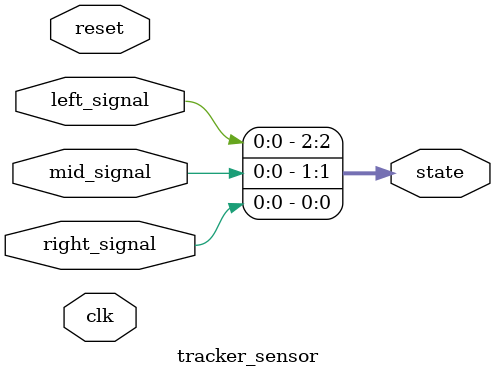
<source format=v>
`timescale 1ns/1ps
`define MOTOR_STOP 2'b00
`define MOTOR_FORWARD 2'b01   // [1]: backward, [0]: forward
`define MOTOR_BACKWARD 2'b10

module Top(
  input clk,
  input rst,
  input echo,
  input left_signal,
  input right_signal,
  input mid_signal,
  output trig,
  output left_speed,
  output reg [1:0] left,
  output right_speed,
  output reg [1:0] right,
  // debug
  output LED_rst,
  output [1:0] LED_left,
  output [1:0] LED_right,
  output LED_left_speed,
  output LED_right_speed,
  output LED_stop,
  output LED_left_signal,
  output LED_mid_signal,
  output LED_right_signal,
  output [6:0] seg,
  output [3:0] an
);

  wire [19:0] sonic_dis;
  wire rst_op, rst_pb;
  wire stop;
  wire [2:0] sensor_signals;

  debounce d0(rst_pb, rst, clk);
  onepulse d1(rst_pb, clk, rst_op);

  motor A(
    .clk(clk),
    .rst(rst_op),
    .mode(2'b01),  // go straight
    .pwm({left_speed, right_speed})
  );

  sonic_top B(
    .clk(clk),
    .rst(rst_op),
    .Echo(echo),
    .Trig(trig),
    .stop(stop),
    .dis(sonic_dis)
  );

  tracker_sensor C(
    .clk(clk),
    .reset(rst_op),
    .left_signal(left_signal),
    .right_signal(right_signal),
    .mid_signal(mid_signal),
    .state(sensor_signals)
   );

  // mode state 
  // FIXME: make sure it's this same as mode in 'motor.v'
  parameter MODE_SIZE = 3;
  parameter STOP = 3'd0;
  parameter GO_FORWARD = 3'd1;
  parameter TURN_LEFT = 3'd2;
  parameter TURN_RIGHT = 3'd3;
  parameter GO_BACKWARD = 3'd7;

  reg [MODE_SIZE-1:0] mode;
  reg [MODE_SIZE-1:0] next_mode;

  always @(*) begin
    if (rst_op == 1'b1)
      {left, right} = {`MOTOR_FORWARD, `MOTOR_FORWARD};
    else
      if (stop == 1'b1)
        {left, right} = {`MOTOR_STOP, `MOTOR_STOP};
      else 
        if (mode == GO_BACKWARD)
          {left, right} = {`MOTOR_BACKWARD, `MOTOR_BACKWARD};
        else if (mode == TURN_LEFT) 
          {left, right} = {`MOTOR_STOP, `MOTOR_FORWARD};
        else if (mode == TURN_RIGHT) 
          {left, right} = {`MOTOR_FORWARD, `MOTOR_STOP};
        else
          {left, right} = {`MOTOR_FORWARD, `MOTOR_FORWARD};
  end
  
  always @(posedge clk) begin
    if (rst)
      mode <= STOP;
    else 
      mode <= next_mode;
  end
  
  always @(*) begin
    case (sensor_signals)
      3'b111: 
        next_mode = GO_FORWARD;
      3'b110, 
      3'b100:
        next_mode = TURN_LEFT;
      3'b011,
      3'b001:
        next_mode = TURN_RIGHT;
      3'b000:
        next_mode = GO_BACKWARD;
      default: 
        next_mode = GO_BACKWARD;
    endcase   
  end

  // debug
  assign LED_rst = rst;
  assign LED_left = left;
  assign LED_right = right;
  assign LED_left_speed = left_speed;
  assign LED_right_speed = right_speed;
  assign LED_stop = stop;
  assign LED_left_signal = left_signal;
  assign LED_mid_signal = mid_signal;
  assign LED_right_signal = right_signal;
  NumToSeg num2seg (.clk(clk), .num(sonic_dis), .seg(seg), .an(an));

endmodule

module debounce (pb_debounced, pb, clk);
  output pb_debounced;
  input pb;
  input clk;
  reg [4:0] DFF;

  always @(posedge clk) begin
    DFF[4:1] <= DFF[3:0];
    DFF[0] <= pb;
  end
  assign pb_debounced = (&(DFF));
endmodule

module onepulse (PB_debounced, clk, PB_one_pulse);
  input PB_debounced;
  input clk;
  output reg PB_one_pulse;
  reg PB_debounced_delay;

  always @(posedge clk) begin
    PB_one_pulse <= PB_debounced & (! PB_debounced_delay);
    PB_debounced_delay <= PB_debounced;
  end
endmodule

module NumToSeg (clk, num, seg, an);

parameter DIV = 32'd100_000;

input clk;
input [19:0] num;
output reg [6:0] seg; // cg~ca
output [3:0] an;

reg [3:0] digit;
reg [1:0] an_idx;
reg [32-1:0] cnt;
wire div_sig;

always @(posedge clk) begin
  if (cnt >= DIV - 32'b1)
    cnt <= 32'b0;
  else
    cnt <= cnt + 32'b1;
end
assign div_sig = (cnt == DIV - 32'b1) ? 1'b1: 1'b0;

always @(posedge clk) begin
  if (div_sig == 1'b1)
    an_idx <= an_idx + 2'b1;
  else
    an_idx <= an_idx;
end

assign an[3] = (an_idx == 2'd3) ? 1'b0 : 1'b1;
assign an[2] = (an_idx == 2'd2) ? 1'b0 : 1'b1;
assign an[1] = (an_idx == 2'd1) ? 1'b0 : 1'b1;
assign an[0] = (an_idx == 2'd0) ? 1'b0 : 1'b1;

always @(*) begin
  if (an_idx == 2'd0)
    digit = num % 20'd10;
  else if (an_idx == 2'd1)
    digit = num / 20'd10;
  else if (an_idx == 2'd2)
    digit = num / 20'd100;
  else if (an_idx == 2'd3)
    digit = num / 20'd1000;
  else
    digit = 4'd0;
end

always @(*) begin
  case (digit)
    4'd0: begin seg = 7'b1000000; end
    4'd1: begin seg = 7'b1111001; end
    4'd2: begin seg = 7'b0100100; end
    4'd3: begin seg = 7'b0110000; end
    4'd4: begin seg = 7'b0011001; end
    4'd5: begin seg = 7'b0010010; end
    4'd6: begin seg = 7'b0000010; end
    4'd7: begin seg = 7'b1111000; end
    4'd8: begin seg = 7'b0000000; end
    4'd9: begin seg = 7'b0010000; end
    // 4'ha: begin seg = 7'b0001000; end
    // 4'hb: begin seg = 7'b0000011; end
    // 4'hc: begin seg = 7'b1000110; end
    // 4'hd: begin seg = 7'b0100001; end
    // 4'he: begin seg = 7'b0000110; end
    // 4'hf: begin seg = 7'b0001110; end
    default: begin seg = 7'b1111111; end
  endcase
end

endmodule


// ===== sonic.v =====
module sonic_top(clk, rst, Echo, Trig, stop, dis);
  // [TO-DO] calculate the right distance to trig stop(triggered when the distance is lower than 40 cm)
  // Hint: using "dis"

	input clk, rst, Echo;
	output Trig, stop;
	output [19:0] dis;

	wire [19:0] d;
  wire clk1M;
	wire clk_2_17;

  div clk1(clk ,clk1M);
	TrigSignal u1(.clk(clk), .rst(rst), .trig(Trig));
	PosCounter u2(.clk(clk1M), .rst(rst), .echo(Echo), .distance_count(dis));

  assign stop = (dis < 20'd4000) ? 1'b1 : 1'b0;

  // TODO: may use 7-segment display to show the distance

endmodule

module PosCounter(clk, rst, echo, distance_count);
  input clk, rst, echo;
  output[19:0] distance_count;

  parameter S0 = 2'b00;
  parameter S1 = 2'b01;
  parameter S2 = 2'b10;

  wire start, finish;
  reg [1:0] curr_state, next_state;
  reg echo_reg1, echo_reg2;
  reg [19:0] count, distance_register;
  wire [19:0] distance_count;

  always@(posedge clk) begin
    if(rst) begin
      echo_reg1 <= 0;
      echo_reg2 <= 0;
      count <= 0;
      distance_register  <= 0;
      curr_state <= S0;
    end
    else begin
      echo_reg1 <= echo;
      echo_reg2 <= echo_reg1;
      case (curr_state)
        S0:begin
          if (start) curr_state <= next_state; //S1
          else count <= 0;
        end
        S1:begin
          if (finish) curr_state <= next_state; //S2
          else count <= count + 1;
        end
        S2:begin
          distance_register <= count;
          count <= 0;
          curr_state <= next_state; //S0
        end
      endcase
    end
  end

  always @(*) begin
    case (curr_state)
      // FIXME: TA use blocking assign in Combinational Circuit?
//       S0: next_state <= S1;
//       S1: next_state <= S2;
//       S2: next_state <= S0;
      S0: next_state = S1;
      S1: next_state = S2;
      S2: next_state = S0;
    endcase
  end

  /* distance_count (cm)
    c = 331.5 + 0.607 * t (m/s)
    If temperature = 20 (C degree):
      c = 0.034364 (us/cm)
          -> 29.1  (cm/us)
      distance_count = (traveled_time(us) / 2) * (c)  (cm)
                     = (traveled_time(us) / 2) / 29.1 (cm)
                     = (traveled_time(us)) * 100 / 58   (00.00cm)
  */
  assign distance_count = distance_register  * 100 / 58;
  assign start = echo_reg1 & ~echo_reg2;
  assign finish = ~echo_reg1 & echo_reg2;
endmodule

module TrigSignal(clk, rst, trig);
  input clk, rst;
  output trig;

  reg trig, next_trig;
  reg [23:0] count, next_count;

  always @(posedge clk, posedge rst) begin
    if (rst) begin
      count <= 0;
      trig <= 0;
    end
    else begin
      count <= next_count;
      trig <= next_trig;
    end
  end

  always @(*) begin
    next_trig = trig;
    next_count = count + 1;
    if(count == 999)
      next_trig = 0;
    else if(count == 24'd9_999_999) begin
      next_trig = 1;
      next_count = 0;
    end
  end
endmodule

module div(clk, out_clk);
  input clk;
  output reg out_clk;
  // reg clkout;
  reg [6:0] cnt;

  always @(posedge clk) begin
    if(cnt < 7'd50) begin
      cnt <= cnt + 1'b1;
      out_clk <= 1'b1;
    end
    else if(cnt < 7'd100) begin
      cnt <= cnt + 1'b1;
      out_clk <= 1'b0;
    end
    else if(cnt == 7'd100) begin
      cnt <= 0;
      out_clk <= 1'b1;
    end
  end
endmodule


// ===== motor.v ======
module motor(
  input clk,
  input rst,
  input [2:0] mode,
  output [1:0] pwm  // {left, right}
);

  // mode
  parameter STOP = 3'd0;
  parameter GO_FORWARD = 3'd1;
  parameter TURN_LEFT = 3'd2;
  parameter TURN_RIGHT = 3'd3;
  parameter GO_BACKWARD = 3'd7;

  // duty
  parameter SPEED_STOP   = 10'd0;
  parameter SPEED_SLOW   = 10'd800;
  parameter SPEED_FAST   = 10'd1023;

  reg [9:0] next_left_duty, next_right_duty;
  reg [9:0] left_duty, right_duty;
  wire left_pwm, right_pwm;

  motor_pwm m0(
    .clk(clk),
    .reset(rst),
    .duty(left_duty),
    .pmod_1(left_pwm)
  );
  motor_pwm m1(
    .clk(clk),
    .reset(rst),
    .duty(right_duty),
    .pmod_1(right_pwm)
  );

  assign pwm = {left_pwm, right_pwm};

  always @(posedge clk) begin
    if (rst) begin
      left_duty <= 10'd0;
      right_duty <= 10'd0;
    end else begin
      left_duty <= next_left_duty;
      right_duty <= next_right_duty;
    end
  end

  // TODO: take the right speed for different situation
   always @(*) begin
      case (mode)
        STOP: begin
          next_left_duty = SPEED_STOP;
          next_right_duty = SPEED_STOP;
        end
        GO_FORWARD: begin
          next_left_duty = SPEED_FAST;
          next_right_duty = SPEED_FAST;
        end
        TURN_LEFT: begin
          next_left_duty = SPEED_STOP;
          next_right_duty = SPEED_FAST;
        end
        TURN_RIGHT: begin
          next_left_duty = SPEED_FAST;
          next_right_duty = SPEED_STOP;
        end
        GO_BACKWARD: begin
          next_left_duty = SPEED_SLOW;
          next_right_duty = SPEED_SLOW;
        end
        default: begin
         next_left_duty = SPEED_FAST;
         next_right_duty = SPEED_FAST;
        end
      endcase
   end

endmodule

module motor_pwm (
  input clk,
  input reset,
  input [9:0] duty,
  output pmod_1 //PWM
);

  PWM_gen pwm_0 (
    .clk(clk),
    .reset(reset),
    .freq(32'd25000),
    .duty(duty),
    .PWM(pmod_1)
  );

endmodule

//generate PWM by input frequency & duty
module PWM_gen (
  input wire clk,
  input wire reset,
  input [31:0] freq,
  input [9:0] duty,
  output reg PWM
);
  wire [31:0] count_max = 100_000_000 / freq;
  wire [31:0] count_duty = count_max * duty / 1024;
  reg [31:0] count;

  always @(posedge clk, posedge reset) begin
    if (reset) begin
      count <= 0;
      PWM <= 0;
    end else if (count < count_max) begin
      count <= count + 1;
      if(count < count_duty)
        PWM <= 1;
      else
        PWM <= 0;
    end else begin
      count <= 0;
      PWM <= 0;
    end
  end
endmodule

// ====== tracker_sensor.v =====
module tracker_sensor(clk, reset, left_signal, right_signal, mid_signal, state);
  // [TO-DO] Receive three signals and make your own policy.
  // Hint: You can use output state to change your action.

  input clk;
  input reset;
  input left_signal, right_signal, mid_signal;
  output [2:0] state;

  assign state = {left_signal, mid_signal, right_signal};

endmodule

// ====== xdc ======
/*
## Clock signal
set_property PACKAGE_PIN W5 [get_ports clk]
set_property IOSTANDARD LVCMOS33 [get_ports clk]
create_clock -period 10.000 -name sys_clk_pin -waveform {0.000 5.000} -add [get_ports clk]

## Switches
#set_property PACKAGE_PIN V17 [get_ports {kb_rst}]
#set_property IOSTANDARD LVCMOS33 [get_ports {kb_rst}]
#set_property PACKAGE_PIN V16 [get_ports {tone[1]}]
#set_property IOSTANDARD LVCMOS33 [get_ports {tone[1]}]
#set_property PACKAGE_PIN W16 [get_ports {tone[2]}]
#set_property IOSTANDARD LVCMOS33 [get_ports {tone[2]}]
#set_property PACKAGE_PIN W17 [get_ports {tone[3]}]
#set_property IOSTANDARD LVCMOS33 [get_ports {tone[3]}]
#set_property PACKAGE_PIN W15 [get_ports {tone[4]}]
#set_property IOSTANDARD LVCMOS33 [get_ports {tone[4]}]
#set_property PACKAGE_PIN V15 [get_ports {tone[5]}]
#set_property IOSTANDARD LVCMOS33 [get_ports {tone[5]}]
#set_property PACKAGE_PIN W14 [get_ports {tone[6]}]
#set_property IOSTANDARD LVCMOS33 [get_ports {tone[6]}]
#set_property PACKAGE_PIN W13 [get_ports {tone[7]}]
#set_property IOSTANDARD LVCMOS33 [get_ports {tone[7]}]
#set_property PACKAGE_PIN V2 [get_ports {tone[8]}]
#set_property IOSTANDARD LVCMOS33 [get_ports {tone[8]}]
#set_property PACKAGE_PIN T3 [get_ports {tone[9]}]
#set_property IOSTANDARD LVCMOS33 [get_ports {tone[9]}]
#set_property PACKAGE_PIN T2 [get_ports {tone[10]}]
#set_property IOSTANDARD LVCMOS33 [get_ports {tone[10]}]
#set_property PACKAGE_PIN R3 [get_ports {tone[11]}]
#set_property IOSTANDARD LVCMOS33 [get_ports {tone[11]}]
#set_property PACKAGE_PIN W2 [get_ports {tone[12]}]
#set_property IOSTANDARD LVCMOS33 [get_ports {tone[12]}]
#set_property PACKAGE_PIN U1 [get_ports {tone[13]}]
#set_property IOSTANDARD LVCMOS33 [get_ports {tone[13]}]
#set_property PACKAGE_PIN T1 [get_ports {tone[14]}]
#set_property IOSTANDARD LVCMOS33 [get_ports {tone[14]}]
#set_property PACKAGE_PIN R2 [get_ports {tone[15]}]
#set_property IOSTANDARD LVCMOS33 [get_ports {tone[15]}]


## LEDs
set_property PACKAGE_PIN U16 [get_ports {LED_rst}]
set_property IOSTANDARD LVCMOS33 [get_ports {LED_rst}]
set_property PACKAGE_PIN E19 [get_ports {LED_left[0]}]
set_property IOSTANDARD LVCMOS33 [get_ports {LED_left[0]}]
set_property PACKAGE_PIN U19 [get_ports {LED_left[1]}]
set_property IOSTANDARD LVCMOS33 [get_ports {LED_left[1]}]
set_property PACKAGE_PIN V19 [get_ports {LED_right[0]}]
set_property IOSTANDARD LVCMOS33 [get_ports {LED_right[0]}]
set_property PACKAGE_PIN W18 [get_ports {LED_right[1]}]
set_property IOSTANDARD LVCMOS33 [get_ports {LED_right[1]}]
set_property PACKAGE_PIN U15 [get_ports {LED_left_speed}]
set_property IOSTANDARD LVCMOS33 [get_ports {LED_left_speed}]
set_property PACKAGE_PIN U14 [get_ports {LED_right_speed}]
set_property IOSTANDARD LVCMOS33 [get_ports {LED_right_speed}]
set_property PACKAGE_PIN V14 [get_ports {LED_stop}]
set_property IOSTANDARD LVCMOS33 [get_ports {LED_stop}]
#set_property PACKAGE_PIN V13 [get_ports {led[8]}]
#set_property IOSTANDARD LVCMOS33 [get_ports {led[8]}]
# set_property PACKAGE_PIN V3 [get_ports {led[9]}]
# set_property IOSTANDARD LVCMOS33 [get_ports {led[9]}]
# set_property PACKAGE_PIN W3 [get_ports {tone_idx[0]}]
# set_property IOSTANDARD LVCMOS33 [get_ports {tone_idx[0]}]
# set_property PACKAGE_PIN U3 [get_ports {tone_idx[1]}]
# set_property IOSTANDARD LVCMOS33 [get_ports {tone_idx[1]}]
# set_property PACKAGE_PIN P3 [get_ports {tone_idx[2]}]
# set_property IOSTANDARD LVCMOS33 [get_ports {tone_idx[2]}]
set_property PACKAGE_PIN N3 [get_ports {LED_right_signal}]
set_property IOSTANDARD LVCMOS33 [get_ports {LED_right_signal}]
set_property PACKAGE_PIN P1 [get_ports {LED_mid_signal}]
set_property IOSTANDARD LVCMOS33 [get_ports {LED_mid_signal}]
set_property PACKAGE_PIN L1 [get_ports {LED_left_signal}]
set_property IOSTANDARD LVCMOS33 [get_ports {LED_left_signal}]


##7 segment display
set_property PACKAGE_PIN W7 [get_ports {seg[0]}]
set_property IOSTANDARD LVCMOS33 [get_ports {seg[0]}]
set_property PACKAGE_PIN W6 [get_ports {seg[1]}]
set_property IOSTANDARD LVCMOS33 [get_ports {seg[1]}]
set_property PACKAGE_PIN U8 [get_ports {seg[2]}]
set_property IOSTANDARD LVCMOS33 [get_ports {seg[2]}]
set_property PACKAGE_PIN V8 [get_ports {seg[3]}]
set_property IOSTANDARD LVCMOS33 [get_ports {seg[3]}]
set_property PACKAGE_PIN U5 [get_ports {seg[4]}]
set_property IOSTANDARD LVCMOS33 [get_ports {seg[4]}]
set_property PACKAGE_PIN V5 [get_ports {seg[5]}]
set_property IOSTANDARD LVCMOS33 [get_ports {seg[5]}]
set_property PACKAGE_PIN U7 [get_ports {seg[6]}]
set_property IOSTANDARD LVCMOS33 [get_ports {seg[6]}]

#set_property PACKAGE_PIN V7 [get_ports dp]
#set_property IOSTANDARD LVCMOS33 [get_ports dp]

set_property PACKAGE_PIN U2 [get_ports {an[0]}]
set_property IOSTANDARD LVCMOS33 [get_ports {an[0]}]
set_property PACKAGE_PIN U4 [get_ports {an[1]}]
set_property IOSTANDARD LVCMOS33 [get_ports {an[1]}]
set_property PACKAGE_PIN V4 [get_ports {an[2]}]
set_property IOSTANDARD LVCMOS33 [get_ports {an[2]}]
set_property PACKAGE_PIN W4 [get_ports {an[3]}]
set_property IOSTANDARD LVCMOS33 [get_ports {an[3]}]


##Buttons
#btnC
set_property PACKAGE_PIN U18 [get_ports rst]
set_property IOSTANDARD LVCMOS33 [get_ports rst]
#btnU
#set_property PACKAGE_PIN T18 [get_ports btnU]
#set_property IOSTANDARD LVCMOS33 [get_ports btnU]
#btnL
#set_property PACKAGE_PIN W19 [get_ports btnL]
#set_property IOSTANDARD LVCMOS33 [get_ports btnL]
#btnR
#set_property PACKAGE_PIN T17 [get_ports btnR]
#set_property IOSTANDARD LVCMOS33 [get_ports btnR]
#btnD
#set_property PACKAGE_PIN U17 [get_ports rst]
#set_property IOSTANDARD LVCMOS33 [get_ports rst]



##Pmod Header JA
##Sch name = JA1
set_property PACKAGE_PIN J1 [get_ports {left_speed}]
set_property IOSTANDARD LVCMOS33 [get_ports {left_speed}]
#Sch name = JA2
set_property PACKAGE_PIN L2 [get_ports {left[0]}]
set_property IOSTANDARD LVCMOS33 [get_ports {left[0]}]
##Sch name = JA3
set_property PACKAGE_PIN J2 [get_ports {left[1]}]
set_property IOSTANDARD LVCMOS33 [get_ports {left[1]}]
##Sch name = JA4
set_property PACKAGE_PIN G2 [get_ports {trig}]
set_property IOSTANDARD LVCMOS33 [get_ports {trig}]
##Sch name = JA7
set_property PACKAGE_PIN H1 [get_ports {right_speed}]
set_property IOSTANDARD LVCMOS33 [get_ports {right_speed}]
##Sch name = JA8
set_property PACKAGE_PIN K2 [get_ports {right[0]}]
set_property IOSTANDARD LVCMOS33 [get_ports {right[0]}]
##Sch name = JA9
set_property PACKAGE_PIN H2 [get_ports {right[1]}]
set_property IOSTANDARD LVCMOS33 [get_ports {right[1]}]
##Sch name = JA10
set_property PACKAGE_PIN G3 [get_ports {echo}]
set_property IOSTANDARD LVCMOS33 [get_ports {echo}]


##Pmod Header JB
##Sch name = JB1
set_property PACKAGE_PIN A14 [get_ports {left_signal}]
set_property IOSTANDARD LVCMOS33 [get_ports {left_signal}]
##Sch name = JB2
set_property PACKAGE_PIN A16 [get_ports {mid_signal}]
set_property IOSTANDARD LVCMOS33 [get_ports {mid_signal}]
##Sch name = JB3
set_property PACKAGE_PIN B15 [get_ports {right_signal}]
set_property IOSTANDARD LVCMOS33 [get_ports {right_signal}]
##Sch name = JB4
#set_property PACKAGE_PIN B16 [get_ports {pmod_4}]
#set_property IOSTANDARD LVCMOS33 [get_ports {pmod_4}]
##Sch name = JB7
#set_property PACKAGE_PIN A15 [get_ports {JB[4]}]
#set_property IOSTANDARD LVCMOS33 [get_ports {JB[4]}]
##Sch name = JB8
#set_property PACKAGE_PIN A17 [get_ports {JB[5]}]
#set_property IOSTANDARD LVCMOS33 [get_ports {JB[5]}]
##Sch name = JB9
#set_property PACKAGE_PIN C15 [get_ports {JB[6]}]
#set_property IOSTANDARD LVCMOS33 [get_ports {JB[6]}]
##Sch name = JB10
#set_property PACKAGE_PIN C16 [get_ports {JB[7]}]
#set_property IOSTANDARD LVCMOS33 [get_ports {JB[7]}]



##Pmod Header JC
##Sch name = JC1
#set_property PACKAGE_PIN K17 [get_ports {left_speed}]
#set_property IOSTANDARD LVCMOS33 [get_ports {left_speed}]
##Sch name = JC2
#set_property PACKAGE_PIN M18 [get_ports {left[1]}]
#set_property IOSTANDARD LVCMOS33 [get_ports {left[1]}]
###Sch name = JC3
#set_property PACKAGE_PIN N17 [get_ports {left[0]}]
#set_property IOSTANDARD LVCMOS33 [get_ports {left[0]}]
###Sch name = JC4
#set_property PACKAGE_PIN P18 [get_ports {trig}]
#set_property IOSTANDARD LVCMOS33 [get_ports {trig}]
###Sch name = JC7
#set_property PACKAGE_PIN L17 [get_ports {right_speed}]
#set_property IOSTANDARD LVCMOS33 [get_ports {right_speed}]
###Sch name = JC8
#set_property PACKAGE_PIN M19 [get_ports {right[1]}]
#set_property IOSTANDARD LVCMOS33 [get_ports {right[1]}]
###Sch name = JC9
#set_property PACKAGE_PIN P17 [get_ports {right[0]}]
#set_property IOSTANDARD LVCMOS33 [get_ports {right[0]}]
###Sch name = JC10
#set_property PACKAGE_PIN R18 [get_ports {echo}]
#set_property IOSTANDARD LVCMOS33 [get_ports {echo}]


##Pmod Header JXADC
##Sch name = XA1_P
#set_property PACKAGE_PIN J3 [get_ports {JXADC[0]}]
#set_property IOSTANDARD LVCMOS33 [get_ports {JXADC[0]}]
##Sch name = XA2_P
#set_property PACKAGE_PIN L3 [get_ports {JXADC[1]}]
#set_property IOSTANDARD LVCMOS33 [get_ports {JXADC[1]}]
##Sch name = XA3_P
#set_property PACKAGE_PIN M2 [get_ports {JXADC[2]}]
#set_property IOSTANDARD LVCMOS33 [get_ports {JXADC[2]}]
##Sch name = XA4_P
#set_property PACKAGE_PIN N2 [get_ports {JXADC[3]}]
#set_property IOSTANDARD LVCMOS33 [get_ports {JXADC[3]}]
##Sch name = XA1_N
#set_property PACKAGE_PIN K3 [get_ports {JXADC[4]}]
#set_property IOSTANDARD LVCMOS33 [get_ports {JXADC[4]}]
##Sch name = XA2_N
#set_property PACKAGE_PIN M3 [get_ports {JXADC[5]}]
#set_property IOSTANDARD LVCMOS33 [get_ports {JXADC[5]}]
##Sch name = XA3_N
#set_property PACKAGE_PIN M1 [get_ports {JXADC[6]}]
#set_property IOSTANDARD LVCMOS33 [get_ports {JXADC[6]}]
##Sch name = XA4_N
#set_property PACKAGE_PIN N1 [get_ports {JXADC[7]}]
#set_property IOSTANDARD LVCMOS33 [get_ports {JXADC[7]}]



##VGA Connector
#set_property PACKAGE_PIN G19 [get_ports {vgaRed[0]}]
#set_property IOSTANDARD LVCMOS33 [get_ports {vgaRed[0]}]
#set_property PACKAGE_PIN H19 [get_ports {vgaRed[1]}]
#set_property IOSTANDARD LVCMOS33 [get_ports {vgaRed[1]}]
#set_property PACKAGE_PIN J19 [get_ports {vgaRed[2]}]
#set_property IOSTANDARD LVCMOS33 [get_ports {vgaRed[2]}]
#set_property PACKAGE_PIN N19 [get_ports {vgaRed[3]}]
#set_property IOSTANDARD LVCMOS33 [get_ports {vgaRed[3]}]
#set_property PACKAGE_PIN N18 [get_ports {vgaBlue[0]}]
#set_property IOSTANDARD LVCMOS33 [get_ports {vgaBlue[0]}]
#set_property PACKAGE_PIN L18 [get_ports {vgaBlue[1]}]
#set_property IOSTANDARD LVCMOS33 [get_ports {vgaBlue[1]}]
#set_property PACKAGE_PIN K18 [get_ports {vgaBlue[2]}]
#set_property IOSTANDARD LVCMOS33 [get_ports {vgaBlue[2]}]
#set_property PACKAGE_PIN J18 [get_ports {vgaBlue[3]}]
#set_property IOSTANDARD LVCMOS33 [get_ports {vgaBlue[3]}]
#set_property PACKAGE_PIN J17 [get_ports {vgaGreen[0]}]
#set_property IOSTANDARD LVCMOS33 [get_ports {vgaGreen[0]}]
#set_property PACKAGE_PIN H17 [get_ports {vgaGreen[1]}]
#set_property IOSTANDARD LVCMOS33 [get_ports {vgaGreen[1]}]
#set_property PACKAGE_PIN G17 [get_ports {vgaGreen[2]}]
#set_property IOSTANDARD LVCMOS33 [get_ports {vgaGreen[2]}]
#set_property PACKAGE_PIN D17 [get_ports {vgaGreen[3]}]
#set_property IOSTANDARD LVCMOS33 [get_ports {vgaGreen[3]}]
#set_property PACKAGE_PIN P19 [get_ports hsync]
#set_property IOSTANDARD LVCMOS33 [get_ports hsync]
#set_property PACKAGE_PIN R19 [get_ports vsync]
#set_property IOSTANDARD LVCMOS33 [get_ports vsync]


##USB-RS232 Interface
#set_property PACKAGE_PIN B18 [get_ports RsRx]
#set_property IOSTANDARD LVCMOS33 [get_ports RsRx]
#set_property PACKAGE_PIN A18 [get_ports RsTx]
#set_property IOSTANDARD LVCMOS33 [get_ports RsTx]


##USB HID (PS/2)
# set_property PACKAGE_PIN C17 [get_ports PS2_CLK]
# set_property IOSTANDARD LVCMOS33 [get_ports PS2_CLK]
# set_property PULLUP true [get_ports PS2_CLK]
# set_property PACKAGE_PIN B17 [get_ports PS2_DATA]
# set_property IOSTANDARD LVCMOS33 [get_ports PS2_DATA]
# set_property PULLUP true [get_ports PS2_DATA]


##Quad SPI Flash
##Note that CCLK_0 cannot be placed in 7 series devices. You can access it using the
##STARTUPE2 primitive.
#set_property PACKAGE_PIN D18 [get_ports {QspiDB[0]}]
#set_property IOSTANDARD LVCMOS33 [get_ports {QspiDB[0]}]
#set_property PACKAGE_PIN D19 [get_ports {QspiDB[1]}]
#set_property IOSTANDARD LVCMOS33 [get_ports {QspiDB[1]}]
#set_property PACKAGE_PIN G18 [get_ports {QspiDB[2]}]
#set_property IOSTANDARD LVCMOS33 [get_ports {QspiDB[2]}]
#set_property PACKAGE_PIN F18 [get_ports {QspiDB[3]}]
#set_property IOSTANDARD LVCMOS33 [get_ports {QspiDB[3]}]
#set_property PACKAGE_PIN K19 [get_ports QspiCSn]
#set_property IOSTANDARD LVCMOS33 [get_ports QspiCSn]

set_property BITSTREAM.GENERAL.COMPRESS TRUE [current_design]
set_property BITSTREAM.CONFIG.SPI_BUSWIDTH 4 [current_design]
set_property CONFIG_MODE SPIx4 [current_design]

set_property BITSTREAM.CONFIG.CONFIGRATE 33 [current_design]

set_property CONFIG_VOLTAGE 3.3 [current_design]
set_property CFGBVS VCCO [current_design]
*/
</source>
